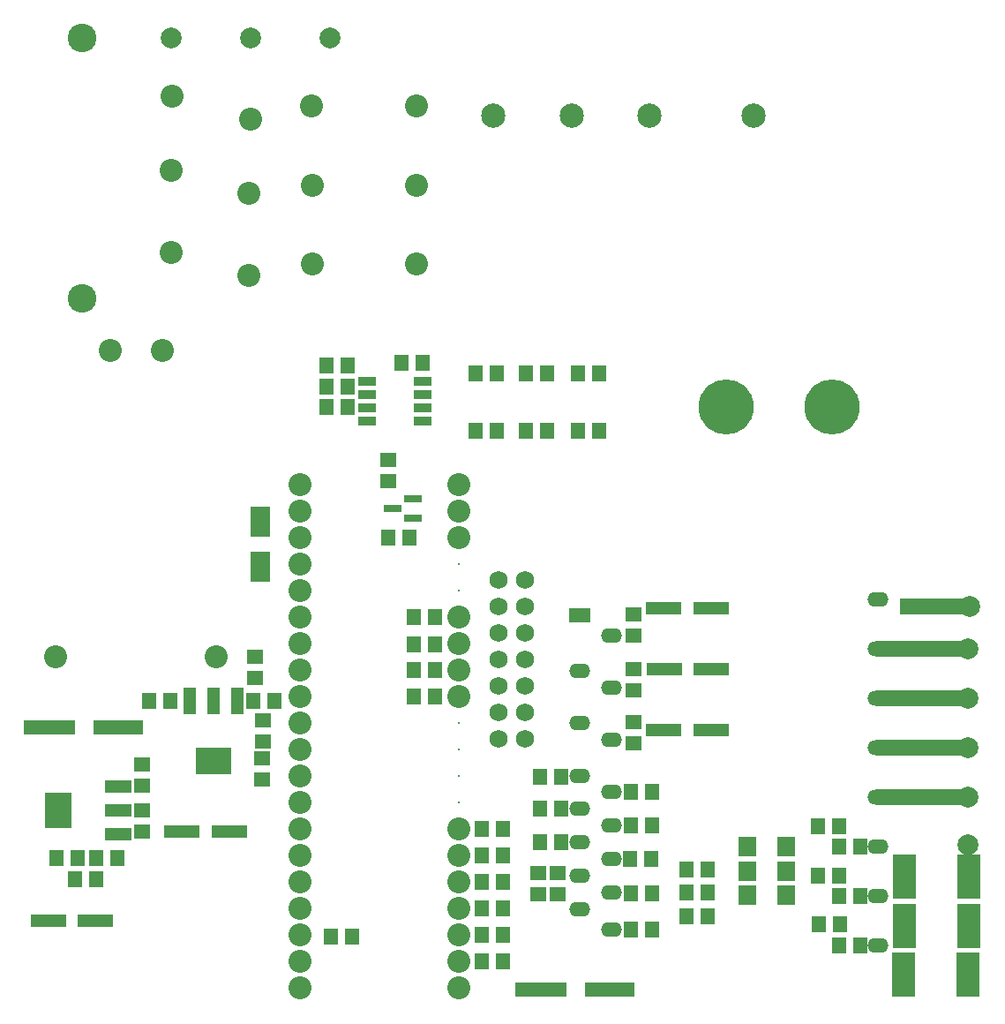
<source format=gts>
G04*
G04 #@! TF.GenerationSoftware,Altium Limited,Altium Designer,19.0.12 (326)*
G04*
G04 Layer_Color=8388736*
%FSLAX25Y25*%
%MOIN*%
G70*
G01*
G75*
%ADD31R,0.06300X0.05800*%
%ADD32R,0.06706X0.03162*%
%ADD33R,0.05800X0.06300*%
%ADD34R,0.09100X0.16500*%
%ADD35R,0.07690X0.11233*%
%ADD36R,0.18910X0.05721*%
%ADD37R,0.19304X0.05721*%
%ADD38R,0.13398X0.04737*%
%ADD39R,0.06863X0.03208*%
%ADD40R,0.06706X0.07493*%
%ADD41R,0.04737X0.10249*%
%ADD42R,0.13792X0.10249*%
%ADD43R,0.10249X0.04737*%
%ADD44R,0.10249X0.13792*%
%ADD45R,0.14580X0.06312*%
%ADD46C,0.06000*%
%ADD47C,0.06800*%
%ADD48C,0.09186*%
%ADD49C,0.07874*%
%ADD50C,0.08674*%
%ADD51C,0.10800*%
%ADD52C,0.20800*%
%ADD53C,0.00800*%
%ADD54O,0.08674X0.08674*%
%ADD55O,0.07874X0.05512*%
%ADD56R,0.07874X0.05512*%
D31*
X298500Y417300D02*
D03*
Y409300D02*
D03*
X248000Y334993D02*
D03*
Y342992D02*
D03*
X250900Y304600D02*
D03*
Y296600D02*
D03*
X391000Y350900D02*
D03*
Y358900D02*
D03*
X391100Y310500D02*
D03*
Y318500D02*
D03*
X391000Y330400D02*
D03*
Y338400D02*
D03*
X205500Y294500D02*
D03*
Y302500D02*
D03*
Y285000D02*
D03*
Y277000D02*
D03*
X251000Y319000D02*
D03*
Y311000D02*
D03*
X362600Y253500D02*
D03*
Y261500D02*
D03*
X355100Y253500D02*
D03*
Y261500D02*
D03*
D32*
X307740Y395260D02*
D03*
Y402740D02*
D03*
X300260Y399000D02*
D03*
D33*
X298500Y387900D02*
D03*
X306500D02*
D03*
X308000Y327900D02*
D03*
X316000D02*
D03*
X308000Y337920D02*
D03*
X316000D02*
D03*
X308000Y347719D02*
D03*
X316000D02*
D03*
X308000Y357900D02*
D03*
X316000D02*
D03*
X284900Y237500D02*
D03*
X276900D02*
D03*
X341800Y228000D02*
D03*
X333800D02*
D03*
X341800Y237980D02*
D03*
X333800D02*
D03*
X341800Y247960D02*
D03*
X333800D02*
D03*
X341800Y257940D02*
D03*
X333800D02*
D03*
X341800Y267900D02*
D03*
X333800D02*
D03*
X341800Y277900D02*
D03*
X333800D02*
D03*
X355700Y273100D02*
D03*
X363700D02*
D03*
X355700Y285700D02*
D03*
X363700D02*
D03*
X355800Y297800D02*
D03*
X363800D02*
D03*
X398000Y240100D02*
D03*
X390000D02*
D03*
X398100Y253700D02*
D03*
X390100D02*
D03*
X397900Y266800D02*
D03*
X389900D02*
D03*
X398000Y279272D02*
D03*
X390000D02*
D03*
X398000Y291871D02*
D03*
X390000D02*
D03*
X411000Y245000D02*
D03*
X419000D02*
D03*
X411135Y254000D02*
D03*
X419135D02*
D03*
X419100Y262600D02*
D03*
X411100D02*
D03*
X378000Y450000D02*
D03*
X370000D02*
D03*
X358500D02*
D03*
X350500D02*
D03*
X378000Y428500D02*
D03*
X370000D02*
D03*
X358500D02*
D03*
X350500D02*
D03*
X339500D02*
D03*
X331500D02*
D03*
X339500Y450000D02*
D03*
X331500D02*
D03*
X283000Y437500D02*
D03*
X275000D02*
D03*
Y445000D02*
D03*
X283000D02*
D03*
X275000Y453000D02*
D03*
X283000D02*
D03*
X468900Y260500D02*
D03*
X460900D02*
D03*
X468900Y279100D02*
D03*
X460900D02*
D03*
X468900Y271400D02*
D03*
X476900D02*
D03*
X468900Y252700D02*
D03*
X476900D02*
D03*
X469000Y241900D02*
D03*
X461000D02*
D03*
X468900Y234100D02*
D03*
X476900D02*
D03*
X216000Y326390D02*
D03*
X208000D02*
D03*
X173284Y267000D02*
D03*
X181283D02*
D03*
X180310Y259000D02*
D03*
X188310D02*
D03*
X196283Y267000D02*
D03*
X188284D02*
D03*
X255500Y326500D02*
D03*
X247500D02*
D03*
X303500Y454000D02*
D03*
X311500D02*
D03*
D34*
X517900Y241500D02*
D03*
X493500D02*
D03*
X517800Y260018D02*
D03*
X493400D02*
D03*
X517600Y222900D02*
D03*
X493200D02*
D03*
D35*
X250000Y377035D02*
D03*
Y393965D02*
D03*
D36*
X382192Y217500D02*
D03*
X196492Y316400D02*
D03*
D37*
X356208Y217500D02*
D03*
X170508Y316400D02*
D03*
D38*
X402642Y361200D02*
D03*
X420358D02*
D03*
X402742Y338300D02*
D03*
X420458D02*
D03*
X402642Y315300D02*
D03*
X420358D02*
D03*
X187858Y243500D02*
D03*
X170142D02*
D03*
X238358Y277100D02*
D03*
X220642D02*
D03*
D39*
X290646Y432000D02*
D03*
Y437000D02*
D03*
Y442000D02*
D03*
Y447000D02*
D03*
X311354Y447000D02*
D03*
Y442000D02*
D03*
Y437000D02*
D03*
Y432000D02*
D03*
D40*
X434000Y262100D02*
D03*
X448800D02*
D03*
X434000Y252900D02*
D03*
X448800D02*
D03*
X434000Y271400D02*
D03*
X448800D02*
D03*
D41*
X241555Y326417D02*
D03*
X232500D02*
D03*
X223445D02*
D03*
D42*
X232500Y303583D02*
D03*
D43*
X196583Y275945D02*
D03*
Y285000D02*
D03*
Y294055D02*
D03*
D44*
X173748Y285000D02*
D03*
D45*
X499000Y345929D02*
D03*
Y362071D02*
D03*
D46*
X483481Y345906D02*
X517600D01*
X483522Y290000D02*
X517600D01*
X499035Y362035D02*
X517965D01*
X483481Y308662D02*
X517600D01*
X483481Y327284D02*
X517600D01*
D47*
X340000Y372000D02*
D03*
X350000D02*
D03*
X340000Y362000D02*
D03*
X350000D02*
D03*
X340000Y352000D02*
D03*
X350000D02*
D03*
X340000Y342000D02*
D03*
X350000D02*
D03*
X340000Y332000D02*
D03*
X350000D02*
D03*
X340000Y322000D02*
D03*
X350000D02*
D03*
X340000Y312000D02*
D03*
X350000D02*
D03*
D48*
X338188Y547400D02*
D03*
X367715D02*
D03*
X397243D02*
D03*
X436613D02*
D03*
D49*
X276500Y576613D02*
D03*
X246500D02*
D03*
X216400D02*
D03*
X517600Y272000D02*
D03*
Y308662D02*
D03*
Y327284D02*
D03*
Y345906D02*
D03*
X518000Y362000D02*
D03*
X517600Y290000D02*
D03*
D50*
X245928Y486939D02*
D03*
X216400Y495600D02*
D03*
X245928Y518000D02*
D03*
X216400Y526661D02*
D03*
X216972Y554661D02*
D03*
X246500Y546000D02*
D03*
X309000Y551000D02*
D03*
X269630D02*
D03*
X269800Y521000D02*
D03*
X309170D02*
D03*
Y491200D02*
D03*
X269800D02*
D03*
X265100Y217900D02*
D03*
Y227900D02*
D03*
Y237900D02*
D03*
Y247900D02*
D03*
Y257900D02*
D03*
Y267900D02*
D03*
Y277900D02*
D03*
Y287900D02*
D03*
Y297900D02*
D03*
Y307900D02*
D03*
Y317900D02*
D03*
Y327900D02*
D03*
Y337900D02*
D03*
Y347900D02*
D03*
Y357900D02*
D03*
Y367900D02*
D03*
Y377900D02*
D03*
Y387900D02*
D03*
Y397900D02*
D03*
Y407900D02*
D03*
X325100D02*
D03*
Y397900D02*
D03*
Y387900D02*
D03*
Y357900D02*
D03*
Y347900D02*
D03*
Y337900D02*
D03*
Y327900D02*
D03*
Y277900D02*
D03*
Y267900D02*
D03*
Y257900D02*
D03*
Y247900D02*
D03*
Y237900D02*
D03*
Y227900D02*
D03*
X213028Y458748D02*
D03*
X193342D02*
D03*
X172870Y343000D02*
D03*
X233500D02*
D03*
D51*
X182800Y576613D02*
D03*
Y478187D02*
D03*
D52*
X426000Y437500D02*
D03*
X466000D02*
D03*
D53*
X325100Y377900D02*
D03*
Y367900D02*
D03*
Y317900D02*
D03*
Y307900D02*
D03*
Y297900D02*
D03*
Y287900D02*
D03*
D54*
Y217900D02*
D03*
D55*
X370883Y337540D02*
D03*
X382694Y311556D02*
D03*
X370883Y317855D02*
D03*
Y247776D02*
D03*
Y298170D02*
D03*
Y285572D02*
D03*
Y272973D02*
D03*
Y260375D02*
D03*
X483481Y308662D02*
D03*
Y290040D02*
D03*
Y327284D02*
D03*
Y345906D02*
D03*
Y364528D02*
D03*
Y271418D02*
D03*
Y252796D02*
D03*
Y234174D02*
D03*
X382694Y331241D02*
D03*
Y239902D02*
D03*
Y254076D02*
D03*
Y266674D02*
D03*
Y279272D02*
D03*
Y291871D02*
D03*
Y350926D02*
D03*
D56*
X370883Y358800D02*
D03*
M02*

</source>
